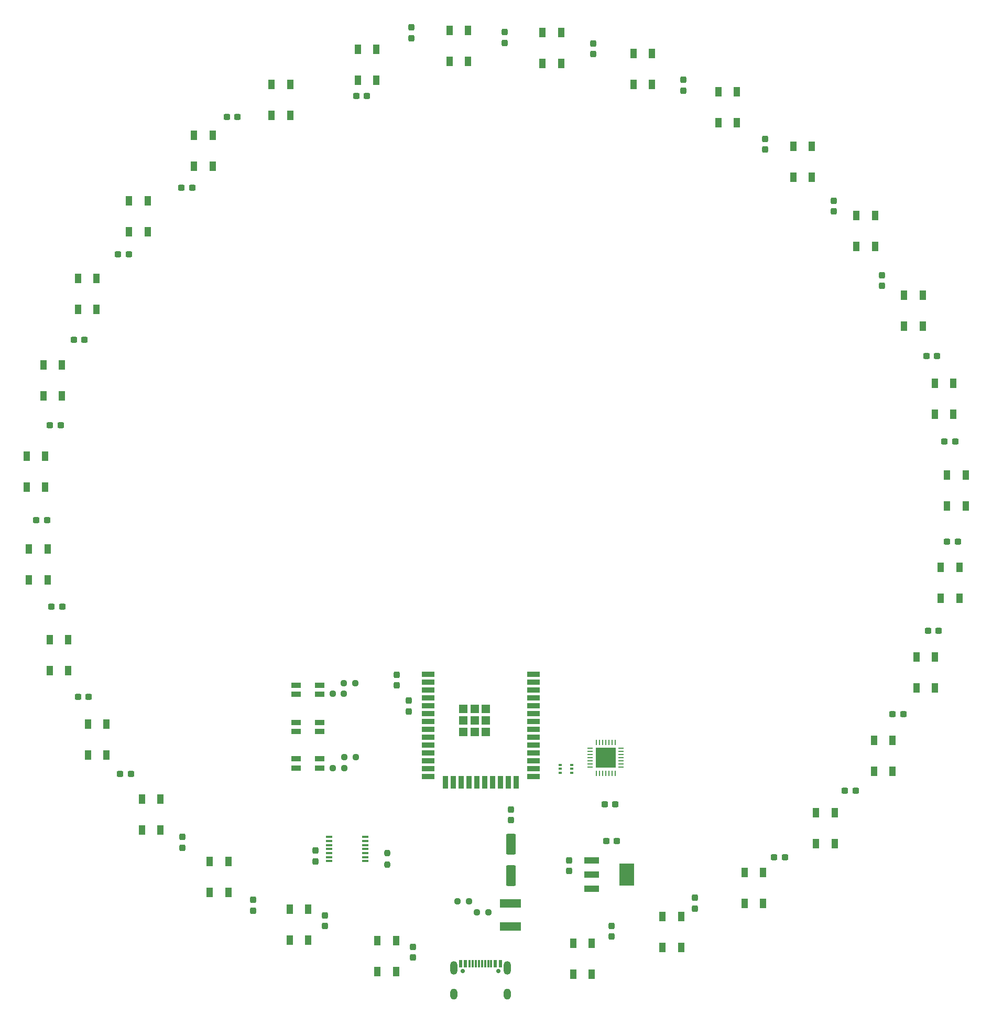
<source format=gbr>
%TF.GenerationSoftware,KiCad,Pcbnew,(6.0.5-0)*%
%TF.CreationDate,2022-05-16T23:59:53+02:00*%
%TF.ProjectId,diodeplate,64696f64-6570-46c6-9174-652e6b696361,rev?*%
%TF.SameCoordinates,Original*%
%TF.FileFunction,Soldermask,Top*%
%TF.FilePolarity,Negative*%
%FSLAX46Y46*%
G04 Gerber Fmt 4.6, Leading zero omitted, Abs format (unit mm)*
G04 Created by KiCad (PCBNEW (6.0.5-0)) date 2022-05-16 23:59:53*
%MOMM*%
%LPD*%
G01*
G04 APERTURE LIST*
G04 Aperture macros list*
%AMRoundRect*
0 Rectangle with rounded corners*
0 $1 Rounding radius*
0 $2 $3 $4 $5 $6 $7 $8 $9 X,Y pos of 4 corners*
0 Add a 4 corners polygon primitive as box body*
4,1,4,$2,$3,$4,$5,$6,$7,$8,$9,$2,$3,0*
0 Add four circle primitives for the rounded corners*
1,1,$1+$1,$2,$3*
1,1,$1+$1,$4,$5*
1,1,$1+$1,$6,$7*
1,1,$1+$1,$8,$9*
0 Add four rect primitives between the rounded corners*
20,1,$1+$1,$2,$3,$4,$5,0*
20,1,$1+$1,$4,$5,$6,$7,0*
20,1,$1+$1,$6,$7,$8,$9,0*
20,1,$1+$1,$8,$9,$2,$3,0*%
G04 Aperture macros list end*
%ADD10R,3.499213X1.406680*%
%ADD11RoundRect,0.237500X-0.300000X-0.237500X0.300000X-0.237500X0.300000X0.237500X-0.300000X0.237500X0*%
%ADD12RoundRect,0.237500X0.237500X-0.250000X0.237500X0.250000X-0.237500X0.250000X-0.237500X-0.250000X0*%
%ADD13RoundRect,0.237500X0.250000X0.237500X-0.250000X0.237500X-0.250000X-0.237500X0.250000X-0.237500X0*%
%ADD14R,1.000000X1.500000*%
%ADD15RoundRect,0.237500X0.237500X-0.300000X0.237500X0.300000X-0.237500X0.300000X-0.237500X-0.300000X0*%
%ADD16RoundRect,0.237500X-0.237500X0.300000X-0.237500X-0.300000X0.237500X-0.300000X0.237500X0.300000X0*%
%ADD17RoundRect,0.237500X-0.250000X-0.237500X0.250000X-0.237500X0.250000X0.237500X-0.250000X0.237500X0*%
%ADD18C,0.700025*%
%ADD19R,0.600000X1.300000*%
%ADD20R,0.300000X1.300000*%
%ADD21O,1.200000X2.200000*%
%ADD22O,1.200000X1.800000*%
%ADD23R,2.470003X0.980010*%
%ADD24R,2.470003X3.600000*%
%ADD25RoundRect,0.237500X0.300000X0.237500X-0.300000X0.237500X-0.300000X-0.237500X0.300000X-0.237500X0*%
%ADD26R,0.600000X0.419990*%
%ADD27R,0.990602X0.304801*%
%ADD28RoundRect,0.250000X0.550000X-1.412500X0.550000X1.412500X-0.550000X1.412500X-0.550000X-1.412500X0*%
%ADD29R,1.500000X0.900000*%
%ADD30R,0.280010X0.900000*%
%ADD31R,0.900000X0.280010*%
%ADD32R,3.300000X3.300000*%
%ADD33R,2.000000X0.900000*%
%ADD34R,0.900000X2.000000*%
%ADD35R,1.330000X1.330000*%
G04 APERTURE END LIST*
D10*
%TO.C,F1*%
X219000000Y-210403442D03*
X219000000Y-206696558D03*
%TD*%
D11*
%TO.C,C32*%
X286437500Y-162660000D03*
X288162500Y-162660000D03*
%TD*%
D12*
%TO.C,R1*%
X199070000Y-200372500D03*
X199070000Y-198547500D03*
%TD*%
D13*
%TO.C,R2*%
X215412500Y-208070000D03*
X213587500Y-208070000D03*
%TD*%
D14*
%TO.C,LED9*%
X143513788Y-124700000D03*
X146513534Y-124700000D03*
X143513788Y-119700000D03*
X146513534Y-119700000D03*
%TD*%
D15*
%TO.C,C28*%
X279010000Y-106952500D03*
X279010000Y-105227500D03*
%TD*%
%TO.C,C26*%
X260150000Y-84912500D03*
X260150000Y-83187500D03*
%TD*%
D16*
%TO.C,C39*%
X219110000Y-191457500D03*
X219110000Y-193182500D03*
%TD*%
D17*
%TO.C,R4*%
X190277500Y-172830064D03*
X192102500Y-172830064D03*
%TD*%
D16*
%TO.C,C2*%
X187460000Y-198137500D03*
X187460000Y-199862500D03*
%TD*%
D14*
%TO.C,LED10*%
X149113788Y-110750000D03*
X152113534Y-110750000D03*
X149113788Y-105750000D03*
X152113534Y-105750000D03*
%TD*%
D15*
%TO.C,C25*%
X246960000Y-75392500D03*
X246960000Y-73667500D03*
%TD*%
%TO.C,C23*%
X218020000Y-67700000D03*
X218020000Y-65975000D03*
%TD*%
D14*
%TO.C,LED28*%
X259830000Y-201650000D03*
X256830254Y-201650000D03*
X259830000Y-206650000D03*
X256830254Y-206650000D03*
%TD*%
%TO.C,LED26*%
X280740000Y-180290000D03*
X277740254Y-180290000D03*
X280740000Y-185290000D03*
X277740254Y-185290000D03*
%TD*%
D16*
%TO.C,C38*%
X202570000Y-173907500D03*
X202570000Y-175632500D03*
%TD*%
D14*
%TO.C,LED2*%
X183310000Y-212610000D03*
X186309746Y-212610000D03*
X183310000Y-207610000D03*
X186309746Y-207610000D03*
%TD*%
D18*
%TO.C,U3*%
X211259941Y-217610127D03*
X217039977Y-217610127D03*
D19*
X210950061Y-216367556D03*
X211749908Y-216367556D03*
D20*
X212900023Y-216367556D03*
X213900023Y-216367556D03*
X214399895Y-216367556D03*
X215399895Y-216367556D03*
D19*
X217349857Y-216367556D03*
X216550010Y-216367556D03*
D20*
X215900023Y-216367556D03*
X214900023Y-216367556D03*
X213399895Y-216367556D03*
X212399895Y-216367556D03*
D21*
X209829918Y-217110000D03*
D22*
X209829918Y-221290086D03*
D21*
X218470000Y-217110000D03*
D22*
X218470000Y-221290086D03*
%TD*%
D17*
%TO.C,R6*%
X192107500Y-171090128D03*
X193932500Y-171090128D03*
%TD*%
D15*
%TO.C,C14*%
X228450000Y-201422500D03*
X228450000Y-199697500D03*
%TD*%
D23*
%TO.C,U4*%
X232115100Y-199700025D03*
X232115100Y-202000000D03*
X232115100Y-204299975D03*
D24*
X237784900Y-202000000D03*
%TD*%
D14*
%TO.C,LED15*%
X212143788Y-65720000D03*
X209144042Y-65720000D03*
X212143788Y-70720000D03*
X209144042Y-70720000D03*
%TD*%
%TO.C,LED20*%
X277903788Y-95580000D03*
X274904042Y-95580000D03*
X277903788Y-100580000D03*
X274904042Y-100580000D03*
%TD*%
%TO.C,LED29*%
X246570000Y-208790000D03*
X243570254Y-208790000D03*
X246570000Y-213790000D03*
X243570254Y-213790000D03*
%TD*%
%TO.C,LED16*%
X227193788Y-66050000D03*
X224194042Y-66050000D03*
X227193788Y-71050000D03*
X224194042Y-71050000D03*
%TD*%
%TO.C,LED4*%
X159470000Y-194790000D03*
X162469746Y-194790000D03*
X159470000Y-189790000D03*
X162469746Y-189790000D03*
%TD*%
D11*
%TO.C,C34*%
X273047500Y-188430000D03*
X274772500Y-188430000D03*
%TD*%
D25*
%TO.C,C18*%
X157322500Y-101870000D03*
X155597500Y-101870000D03*
%TD*%
D26*
%TO.C,U5*%
X227037111Y-184276869D03*
X227037111Y-184926856D03*
X227037111Y-185576843D03*
X228937035Y-185576843D03*
X228937035Y-184926856D03*
X228937035Y-184276869D03*
%TD*%
D11*
%TO.C,C30*%
X289127500Y-132050000D03*
X290852500Y-132050000D03*
%TD*%
D25*
%TO.C,C8*%
X150862500Y-173330000D03*
X149137500Y-173330000D03*
%TD*%
D11*
%TO.C,C35*%
X261600000Y-199200000D03*
X263325000Y-199200000D03*
%TD*%
D25*
%TO.C,C19*%
X167562500Y-91090000D03*
X165837500Y-91090000D03*
%TD*%
D14*
%TO.C,LED6*%
X144533788Y-169040000D03*
X147533534Y-169040000D03*
X144533788Y-164040000D03*
X147533534Y-164040000D03*
%TD*%
D27*
%TO.C,U6*%
X195514195Y-199815308D03*
X195514195Y-199165321D03*
X195514195Y-198515333D03*
X195514195Y-197865346D03*
X195514195Y-197215359D03*
X195514195Y-196565371D03*
X195514195Y-195915384D03*
X189664055Y-195915384D03*
X189664055Y-196565371D03*
X189664055Y-197215359D03*
X189664055Y-197865346D03*
X189664055Y-198515333D03*
X189664055Y-199165321D03*
X189664055Y-199815308D03*
%TD*%
D14*
%TO.C,LED22*%
X290553788Y-122660000D03*
X287554042Y-122660000D03*
X290553788Y-127660000D03*
X287554042Y-127660000D03*
%TD*%
D25*
%TO.C,C11*%
X146332500Y-129480000D03*
X144607500Y-129480000D03*
%TD*%
D15*
%TO.C,C22*%
X203010000Y-66942500D03*
X203010000Y-65217500D03*
%TD*%
D11*
%TO.C,C29*%
X286217500Y-118240000D03*
X287942500Y-118240000D03*
%TD*%
D28*
%TO.C,C16*%
X219090000Y-202177500D03*
X219090000Y-197102500D03*
%TD*%
D14*
%TO.C,LED8*%
X140843788Y-139430000D03*
X143843534Y-139430000D03*
X140843788Y-134430000D03*
X143843534Y-134430000D03*
%TD*%
D16*
%TO.C,C37*%
X235340000Y-210257500D03*
X235340000Y-211982500D03*
%TD*%
%TO.C,C5*%
X177380000Y-206087500D03*
X177380000Y-207812500D03*
%TD*%
D11*
%TO.C,C31*%
X289547500Y-148260000D03*
X291272500Y-148260000D03*
%TD*%
D29*
%TO.C,mainbutton*%
X188179924Y-177420000D03*
X184380076Y-177420000D03*
X184380076Y-178920128D03*
X188179924Y-178920128D03*
%TD*%
D15*
%TO.C,C24*%
X232360000Y-69522500D03*
X232360000Y-67797500D03*
%TD*%
D14*
%TO.C,LED13*%
X180403788Y-79380000D03*
X183403534Y-79380000D03*
X180403788Y-74380000D03*
X183403534Y-74380000D03*
%TD*%
D25*
%TO.C,C9*%
X146582500Y-158700000D03*
X144857500Y-158700000D03*
%TD*%
D14*
%TO.C,LED11*%
X157373788Y-98220000D03*
X160373534Y-98220000D03*
X157373788Y-93220000D03*
X160373534Y-93220000D03*
%TD*%
D13*
%TO.C,R3*%
X212262500Y-206300000D03*
X210437500Y-206300000D03*
%TD*%
D16*
%TO.C,C36*%
X248770000Y-205747500D03*
X248770000Y-207472500D03*
%TD*%
D17*
%TO.C,R5*%
X190304924Y-184770000D03*
X192129924Y-184770000D03*
%TD*%
D30*
%TO.C,U2*%
X232888730Y-185624879D03*
X233389111Y-185624879D03*
X233889492Y-185624879D03*
X234389873Y-185624879D03*
X234890254Y-185624879D03*
X235390635Y-185624879D03*
X235891016Y-185624879D03*
D31*
X236890000Y-184626149D03*
X236890000Y-184125768D03*
X236890000Y-183625387D03*
X236890000Y-183125006D03*
X236890000Y-182624625D03*
X236890000Y-182124244D03*
X236890000Y-181623863D03*
D30*
X235891016Y-180624879D03*
X235390635Y-180624879D03*
X234890254Y-180624879D03*
X234389873Y-180624879D03*
X233889492Y-180624879D03*
X233389111Y-180624879D03*
X232888730Y-180624879D03*
D31*
X231890000Y-181623863D03*
X231890000Y-182124244D03*
X231890000Y-182624625D03*
X231890000Y-183125006D03*
X231890000Y-183625387D03*
X231890000Y-184125768D03*
X231890000Y-184626149D03*
D32*
X234389873Y-183125006D03*
%TD*%
D14*
%TO.C,LED18*%
X255573788Y-75590000D03*
X252574042Y-75590000D03*
X255573788Y-80590000D03*
X252574042Y-80590000D03*
%TD*%
%TO.C,LED7*%
X141190000Y-154450000D03*
X144189746Y-154450000D03*
X141190000Y-149450000D03*
X144189746Y-149450000D03*
%TD*%
%TO.C,LED30*%
X232110000Y-213120000D03*
X229110254Y-213120000D03*
X232110000Y-218120000D03*
X229110254Y-218120000D03*
%TD*%
%TO.C,LED3*%
X170413788Y-204840000D03*
X173413534Y-204840000D03*
X170413788Y-199840000D03*
X173413534Y-199840000D03*
%TD*%
D15*
%TO.C,C27*%
X271210000Y-94892500D03*
X271210000Y-93167500D03*
%TD*%
D14*
%TO.C,LED23*%
X292540000Y-137510000D03*
X289540254Y-137510000D03*
X292540000Y-142510000D03*
X289540254Y-142510000D03*
%TD*%
D29*
%TO.C,reset*%
X188139924Y-171400000D03*
X184340076Y-171400000D03*
X184340076Y-172900128D03*
X188139924Y-172900128D03*
%TD*%
D14*
%TO.C,LED17*%
X241863788Y-69390000D03*
X238864042Y-69390000D03*
X241863788Y-74390000D03*
X238864042Y-74390000D03*
%TD*%
D33*
%TO.C,U1*%
X205697900Y-169614850D03*
X205697900Y-170884850D03*
X205697900Y-172154850D03*
X205697900Y-173424850D03*
X205697900Y-174694850D03*
X205697900Y-175964850D03*
X205697900Y-177234850D03*
X205697900Y-178504850D03*
X205697900Y-179774850D03*
X205697900Y-181044850D03*
X205697900Y-182314850D03*
X205697900Y-183584850D03*
X205697900Y-184854850D03*
X205697900Y-186124850D03*
D34*
X208482900Y-187124850D03*
X209752900Y-187124850D03*
X211022900Y-187124850D03*
X212292900Y-187124850D03*
X213562900Y-187124850D03*
X214832900Y-187124850D03*
X216102900Y-187124850D03*
X217372900Y-187124850D03*
X218642900Y-187124850D03*
X219912900Y-187124850D03*
D33*
X222697900Y-186124850D03*
X222697900Y-184854850D03*
X222697900Y-183584850D03*
X222697900Y-182314850D03*
X222697900Y-181044850D03*
X222697900Y-179774850D03*
X222697900Y-178504850D03*
X222697900Y-177234850D03*
X222697900Y-175964850D03*
X222697900Y-174694850D03*
X222697900Y-173424850D03*
X222697900Y-172154850D03*
X222697900Y-170884850D03*
X222697900Y-169614850D03*
D35*
X211362900Y-178949850D03*
X213197900Y-178949850D03*
X213197900Y-177114850D03*
X211362900Y-177114850D03*
X215032900Y-175279850D03*
X215032900Y-178949850D03*
X213197900Y-175279850D03*
X211362900Y-175279850D03*
X215032900Y-177114850D03*
%TD*%
D16*
%TO.C,C4*%
X189030000Y-208607500D03*
X189030000Y-210332500D03*
%TD*%
D14*
%TO.C,LED1*%
X197523788Y-217650000D03*
X200523534Y-217650000D03*
X197523788Y-212650000D03*
X200523534Y-212650000D03*
%TD*%
%TO.C,LED12*%
X167870000Y-87640000D03*
X170869746Y-87640000D03*
X167870000Y-82640000D03*
X170869746Y-82640000D03*
%TD*%
D29*
%TO.C,boot*%
X184400076Y-183300000D03*
X188199924Y-183300000D03*
X188199924Y-184800128D03*
X184400076Y-184800128D03*
%TD*%
D16*
%TO.C,C3*%
X203243788Y-213667500D03*
X203243788Y-215392500D03*
%TD*%
D14*
%TO.C,LED19*%
X267703788Y-84410000D03*
X264704042Y-84410000D03*
X267703788Y-89410000D03*
X264704042Y-89410000D03*
%TD*%
%TO.C,LED27*%
X271380000Y-192000000D03*
X268380254Y-192000000D03*
X271380000Y-197000000D03*
X268380254Y-197000000D03*
%TD*%
D16*
%TO.C,C6*%
X166020000Y-195927500D03*
X166020000Y-197652500D03*
%TD*%
D25*
%TO.C,C7*%
X157652500Y-185750000D03*
X155927500Y-185750000D03*
%TD*%
D14*
%TO.C,LED24*%
X291533788Y-152380000D03*
X288534042Y-152380000D03*
X291533788Y-157380000D03*
X288534042Y-157380000D03*
%TD*%
D11*
%TO.C,C15*%
X234487500Y-196550000D03*
X236212500Y-196550000D03*
%TD*%
D25*
%TO.C,C10*%
X144122500Y-144730000D03*
X142397500Y-144730000D03*
%TD*%
%TO.C,C20*%
X174902500Y-79670000D03*
X173177500Y-79670000D03*
%TD*%
D14*
%TO.C,LED21*%
X285583788Y-108440000D03*
X282584042Y-108440000D03*
X285583788Y-113440000D03*
X282584042Y-113440000D03*
%TD*%
D15*
%TO.C,C1*%
X200655600Y-171438800D03*
X200655600Y-169713800D03*
%TD*%
D14*
%TO.C,LED14*%
X194313788Y-73730000D03*
X197313534Y-73730000D03*
X194313788Y-68730000D03*
X197313534Y-68730000D03*
%TD*%
%TO.C,LED5*%
X150710000Y-182710000D03*
X153709746Y-182710000D03*
X150710000Y-177710000D03*
X153709746Y-177710000D03*
%TD*%
D11*
%TO.C,C12*%
X234237500Y-190680000D03*
X235962500Y-190680000D03*
%TD*%
%TO.C,C33*%
X280747500Y-176130000D03*
X282472500Y-176130000D03*
%TD*%
D25*
%TO.C,C17*%
X150162500Y-115630000D03*
X148437500Y-115630000D03*
%TD*%
D17*
%TO.C,R7*%
X192167500Y-183050000D03*
X193992500Y-183050000D03*
%TD*%
D25*
%TO.C,C21*%
X195812500Y-76270000D03*
X194087500Y-76270000D03*
%TD*%
D14*
%TO.C,LED25*%
X287570000Y-166870000D03*
X284570254Y-166870000D03*
X287570000Y-171870000D03*
X284570254Y-171870000D03*
%TD*%
M02*

</source>
